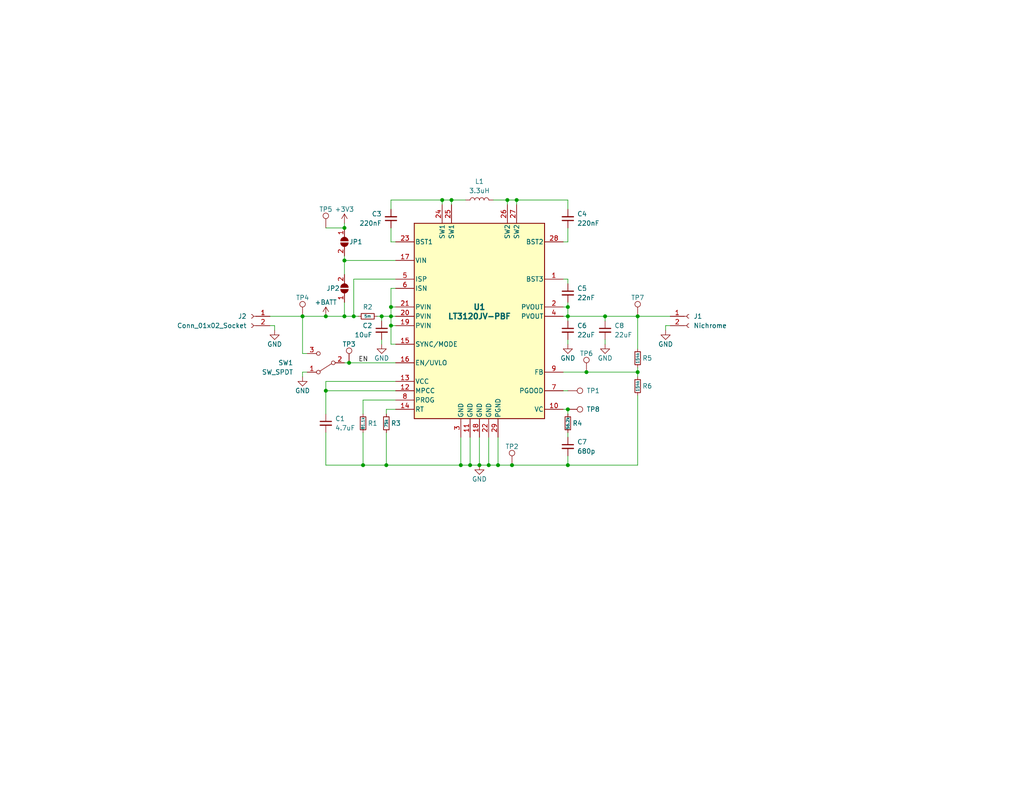
<source format=kicad_sch>
(kicad_sch (version 20230121) (generator eeschema)
  (paper "USLetter")
  (title_block (title "Cutdown Test") (date "2024-02-02") (rev "v0.0") (company "UMD BPP"))
  (lib_symbols
    (symbol "Connector:Conn_01x02_Socket" (pin_names (offset 1.016) hide)
      (property "Reference" "J" (at 0 2.54 0))
      (property "Value" "Conn_01x02_Socket" (at 0 -5.08 0))
      (symbol "Conn_01x02_Socket_1_1"
        (arc (start 0 -2.032) (mid -0.5058 -2.54) (end 0 -3.048) (stroke (width 0.1524)))
        (polyline (pts (xy -1.27 -2.54) (xy -0.508 -2.54)) (stroke (width 0.1524)))
        (polyline (pts (xy -1.27 0) (xy -0.508 0)) (stroke (width 0.1524)))
        (arc (start 0 0.508) (mid -0.5058 0) (end 0 -0.508) (stroke (width 0.1524)))
        (pin passive line (at -5.08 0 0) (length 3.81) (name "Pin_1") (number "1"))
        (pin passive line (at -5.08 -2.54 0) (length 3.81) (name "Pin_2") (number "2"))
      )
    )
    (symbol "Connector:TestPoint" (pin_numbers hide) (pin_names (offset 0.762) hide)
      (property "Reference" "TP" (at 0 6.858 0))
      (property "Value" "TestPoint" (at 0 5.08 0))
      (symbol "TestPoint_0_1"
        (circle (center 0 3.302) (radius 0.762))
      )
      (symbol "TestPoint_1_1"
        (pin passive line (at 0 0 90) (length 2.54) (name "1") (number "1"))
      )
    )
    (symbol "Device:C_Small" (pin_numbers hide) (pin_names (offset 0.254) hide)
      (property "Reference" "C" (at 0.254 1.778 0))
      (property "Value" "C_Small" (at 0.254 -2.032 0))
      (symbol "C_Small_0_1"
        (polyline (pts (xy -1.524 -0.508) (xy 1.524 -0.508)) (stroke (width 0.3302)))
        (polyline (pts (xy -1.524 0.508) (xy 1.524 0.508)) (stroke (width 0.3048)))
      )
      (symbol "C_Small_1_1"
        (pin passive line (at 0 2.54 270) (length 2.032) (name "~") (number "1"))
        (pin passive line (at 0 -2.54 90) (length 2.032) (name "~") (number "2"))
      )
    )
    (symbol "Device:L" (pin_numbers hide) (pin_names (offset 1.016) hide)
      (property "Reference" "L" (at -1.27 0 90))
      (property "Value" "L" (at 1.905 0 90))
      (symbol "L_0_1"
        (arc (start 0 -2.54) (mid 0.6323 -1.905) (end 0 -1.27))
        (arc (start 0 -1.27) (mid 0.6323 -0.635) (end 0 0))
        (arc (start 0 0) (mid 0.6323 0.635) (end 0 1.27))
        (arc (start 0 1.27) (mid 0.6323 1.905) (end 0 2.54))
      )
      (symbol "L_1_1"
        (pin passive line (at 0 3.81 270) (length 1.27) (name "1") (number "1"))
        (pin passive line (at 0 -3.81 90) (length 1.27) (name "2") (number "2"))
      )
    )
    (symbol "Device:R_Small" (pin_numbers hide) (pin_names (offset 0.254) hide)
      (property "Reference" "R" (at 0.762 0.508 0))
      (property "Value" "R_Small" (at 0.762 -1.016 0))
      (symbol "R_Small_0_1"
        (rectangle (start -0.762 1.778) (end 0.762 -1.778) (stroke (width 0.2032)))
      )
      (symbol "R_Small_1_1"
        (pin passive line (at 0 2.54 270) (length 0.762) (name "~") (number "1"))
        (pin passive line (at 0 -2.54 90) (length 0.762) (name "~") (number "2"))
      )
    )
    (symbol "GND_14" (power) (pin_names (offset 0))
      (property "Value" "GND_14" (at 0 -3.81 0))
      (symbol "GND_14_0_1"
        (polyline (pts (xy 0 0) (xy 0 -1.27) (xy 1.27 -1.27) (xy 0 -2.54) (xy -1.27 -1.27) (xy 0 -1.27)))
      )
      (symbol "GND_14_1_1"
        (pin power_in line (at 0 0 270) (length 0) hide (name "GND") (number "1"))
      )
    )
    (symbol "GND_15" (power) (pin_names (offset 0))
      (property "Value" "GND_15" (at 0 -3.81 0))
      (symbol "GND_15_0_1"
        (polyline (pts (xy 0 0) (xy 0 -1.27) (xy 1.27 -1.27) (xy 0 -2.54) (xy -1.27 -1.27) (xy 0 -1.27)))
      )
      (symbol "GND_15_1_1"
        (pin power_in line (at 0 0 270) (length 0) hide (name "GND") (number "1"))
      )
    )
    (symbol "GND_16" (power) (pin_names (offset 0))
      (property "Value" "GND_16" (at 0 -3.81 0))
      (symbol "GND_16_0_1"
        (polyline (pts (xy 0 0) (xy 0 -1.27) (xy 1.27 -1.27) (xy 0 -2.54) (xy -1.27 -1.27) (xy 0 -1.27)))
      )
      (symbol "GND_16_1_1"
        (pin power_in line (at 0 0 270) (length 0) hide (name "GND") (number "1"))
      )
    )
    (symbol "GND_18" (power) (pin_names (offset 0))
      (property "Value" "GND_18" (at 0 -3.81 0))
      (symbol "GND_18_0_1"
        (polyline (pts (xy 0 0) (xy 0 -1.27) (xy 1.27 -1.27) (xy 0 -2.54) (xy -1.27 -1.27) (xy 0 -1.27)))
      )
      (symbol "GND_18_1_1"
        (pin power_in line (at 0 0 270) (length 0) hide (name "GND") (number "1"))
      )
    )
    (symbol "Jumper:SolderJumper_2_Open" (pin_names (offset 0) hide)
      (property "Reference" "JP" (at 0 2.032 0))
      (property "Value" "SolderJumper_2_Open" (at 0 -2.54 0))
      (symbol "SolderJumper_2_Open_0_1"
        (arc (start -0.254 1.016) (mid -1.2656 0) (end -0.254 -1.016))
        (arc (start -0.254 1.016) (mid -1.2656 0) (end -0.254 -1.016) (fill (type outline)))
        (polyline (pts (xy -0.254 1.016) (xy -0.254 -1.016)))
        (polyline (pts (xy 0.254 1.016) (xy 0.254 -1.016)))
        (arc (start 0.254 -1.016) (mid 1.2656 0) (end 0.254 1.016))
        (arc (start 0.254 -1.016) (mid 1.2656 0) (end 0.254 1.016) (fill (type outline)))
      )
      (symbol "SolderJumper_2_Open_1_1"
        (pin passive line (at -3.81 0 0) (length 2.54) (name "A") (number "1"))
        (pin passive line (at 3.81 0 180) (length 2.54) (name "B") (number "2"))
      )
    )
    (symbol "Switch:SW_SPDT" (pin_names (offset 0) hide)
      (property "Reference" "SW" (at 0 4.318 0))
      (property "Value" "SW_SPDT" (at 0 -5.08 0))
      (symbol "SW_SPDT_0_0"
        (circle (center -2.032 0) (radius 0.508))
        (circle (center 2.032 -2.54) (radius 0.508))
      )
      (symbol "SW_SPDT_0_1"
        (polyline (pts (xy -1.524 0.254) (xy 1.651 2.286)))
        (circle (center 2.032 2.54) (radius 0.508))
      )
      (symbol "SW_SPDT_1_1"
        (pin passive line (at 5.08 2.54 180) (length 2.54) (name "A") (number "1"))
        (pin passive line (at -5.08 0 0) (length 2.54) (name "B") (number "2"))
        (pin passive line (at 5.08 -2.54 180) (length 2.54) (name "C") (number "3"))
      )
    )
    (symbol "Terminator_Lib:LT3120JV-PBF" (pin_names (offset 0.254))
      (property "Reference" "U1" (at -1.27 54.61 0))
      (property "Value" "LT3120JV-PBF" (at -1.27 52.07 0))
      (symbol "LT3120JV-PBF_1_1"
        (rectangle (start -17.78 27.94) (end 17.78 -25.4) (stroke (width 0.254)) (fill (type background)))
        (pin unspecified line (at 22.86 12.7 180) (length 5.08) (name "BST3") (number "1"))
        (pin unspecified line (at 22.86 -22.86 180) (length 5.08) (name "VC") (number "10"))
        (pin unspecified line (at -2.54 -30.48 90) (length 5.08) (name "GND") (number "11"))
        (pin unspecified line (at -22.86 -17.78 0) (length 5.08) (name "MPCC") (number "12"))
        (pin unspecified line (at -22.86 -15.24 0) (length 5.08) (name "VCC") (number "13"))
        (pin unspecified line (at -22.86 -22.86 0) (length 5.08) (name "RT") (number "14"))
        (pin unspecified line (at -22.86 -5.08 0) (length 5.08) (name "SYNC/MODE") (number "15"))
        (pin unspecified line (at -22.86 -10.16 0) (length 5.08) (name "EN/UVLO") (number "16"))
        (pin unspecified line (at -22.86 17.78 0) (length 5.08) (name "VIN") (number "17"))
        (pin unspecified line (at 0 -30.48 90) (length 5.08) (name "GND") (number "18"))
        (pin unspecified line (at -22.86 0 0) (length 5.08) (name "PVIN") (number "19"))
        (pin unspecified line (at 22.86 5.08 180) (length 5.08) (name "PVOUT") (number "2"))
        (pin unspecified line (at -22.86 2.54 0) (length 5.08) (name "PVIN") (number "20"))
        (pin unspecified line (at -22.86 5.08 0) (length 5.08) (name "PVIN") (number "21"))
        (pin unspecified line (at 2.54 -30.48 90) (length 5.08) (name "GND") (number "22"))
        (pin unspecified line (at -22.86 22.86 0) (length 5.08) (name "BST1") (number "23"))
        (pin unspecified line (at -10.16 33.02 270) (length 5.08) (name "SW1") (number "24"))
        (pin unspecified line (at -7.62 33.02 270) (length 5.08) (name "SW1") (number "25"))
        (pin unspecified line (at 7.62 33.02 270) (length 5.08) (name "SW2") (number "26"))
        (pin unspecified line (at 10.16 33.02 270) (length 5.08) (name "SW2") (number "27"))
        (pin unspecified line (at 22.86 22.86 180) (length 5.08) (name "BST2") (number "28"))
        (pin unspecified line (at 5.08 -30.48 90) (length 5.08) (name "PGND") (number "29"))
        (pin unspecified line (at -5.08 -30.48 90) (length 5.08) (name "GND") (number "3"))
        (pin unspecified line (at 22.86 2.54 180) (length 5.08) (name "PVOUT") (number "4"))
        (pin unspecified line (at -22.86 12.7 0) (length 5.08) (name "ISP") (number "5"))
        (pin unspecified line (at -22.86 10.16 0) (length 5.08) (name "ISN") (number "6"))
        (pin unspecified line (at 22.86 -17.78 180) (length 5.08) (name "PGOOD") (number "7"))
        (pin unspecified line (at -22.86 -20.32 0) (length 5.08) (name "PROG") (number "8"))
        (pin unspecified line (at 22.86 -12.7 180) (length 5.08) (name "FB") (number "9"))
      )
    )
    (symbol "power:+3V3" (power) (pin_names (offset 0))
      (property "Value" "+3V3" (at 0 3.556 0))
      (symbol "+3V3_0_1"
        (polyline (pts (xy -0.762 1.27) (xy 0 2.54)))
        (polyline (pts (xy 0 0) (xy 0 2.54)))
        (polyline (pts (xy 0 2.54) (xy 0.762 1.27)))
      )
      (symbol "+3V3_1_1"
        (pin power_in line (at 0 0 90) (length 0) hide (name "+3V3") (number "1"))
      )
    )
    (symbol "power:+BATT" (power) (pin_names (offset 0))
      (property "Value" "+BATT" (at 0 3.556 0))
      (symbol "+BATT_0_1"
        (polyline (pts (xy -0.762 1.27) (xy 0 2.54)))
        (polyline (pts (xy 0 0) (xy 0 2.54)))
        (polyline (pts (xy 0 2.54) (xy 0.762 1.27)))
      )
      (symbol "+BATT_1_1"
        (pin power_in line (at 0 0 90) (length 0) hide (name "+BATT") (number "1"))
      )
    )
    (symbol "power:GND" (power) (pin_names (offset 0))
      (property "Value" "GND" (at 0 -3.81 0))
      (symbol "GND_0_1"
        (polyline (pts (xy 0 0) (xy 0 -1.27) (xy 1.27 -1.27) (xy 0 -2.54) (xy -1.27 -1.27) (xy 0 -1.27)))
      )
      (symbol "GND_1_1"
        (pin power_in line (at 0 0 270) (length 0) hide (name "GND") (number "1"))
      )
    )
  )
  (junction (at 140.97 54.61))
  (junction (at 120.65 54.61))
  (junction (at 82.55 86.36))
  (junction (at 154.94 86.36))
  (junction (at 173.99 86.36))
  (junction (at 104.14 86.36))
  (junction (at 173.99 101.6))
  (junction (at 130.81 127))
  (junction (at 154.94 111.76))
  (junction (at 106.68 88.9))
  (junction (at 154.94 127))
  (junction (at 93.98 86.36))
  (junction (at 123.19 54.61))
  (junction (at 138.43 54.61))
  (junction (at 160.02 101.6))
  (junction (at 96.52 86.36))
  (junction (at 165.1 86.36))
  (junction (at 105.41 127))
  (junction (at 154.94 83.82))
  (junction (at 133.35 127))
  (junction (at 128.27 127))
  (junction (at 139.7 127))
  (junction (at 135.89 127))
  (junction (at 106.68 83.82))
  (junction (at 88.9 106.68))
  (junction (at 93.98 71.12))
  (junction (at 95.25 99.06))
  (junction (at 99.06 127))
  (junction (at 88.9 86.36))
  (junction (at 93.98 62.23))
  (junction (at 106.68 86.36))
  (junction (at 125.73 127))
  (wire (pts (xy 181.61 90.17) (xy 181.61 88.9)))
  (wire (pts (xy 99.06 118.11) (xy 99.06 127)))
  (wire (pts (xy 133.35 119.38) (xy 133.35 127)))
  (wire (pts (xy 74.93 88.9) (xy 73.66 88.9)))
  (wire (pts (xy 107.95 66.04) (xy 106.68 66.04)))
  (wire (pts (xy 93.98 71.12) (xy 107.95 71.12)))
  (wire (pts (xy 154.94 86.36) (xy 154.94 87.63)))
  (wire (pts (xy 173.99 107.95) (xy 173.99 127)))
  (wire (pts (xy 153.67 66.04) (xy 154.94 66.04)))
  (wire (pts (xy 104.14 86.36) (xy 104.14 87.63)))
  (wire (pts (xy 140.97 54.61) (xy 138.43 54.61)))
  (wire (pts (xy 104.14 86.36) (xy 106.68 86.36)))
  (wire (pts (xy 97.79 86.36) (xy 96.52 86.36)))
  (wire (pts (xy 153.67 86.36) (xy 154.94 86.36)))
  (wire (pts (xy 140.97 55.88) (xy 140.97 54.61)))
  (wire (pts (xy 106.68 93.98) (xy 106.68 88.9)))
  (wire (pts (xy 73.66 86.36) (xy 82.55 86.36)))
  (wire (pts (xy 153.67 83.82) (xy 154.94 83.82)))
  (wire (pts (xy 93.98 60.96) (xy 93.98 62.23)))
  (wire (pts (xy 165.1 92.71) (xy 165.1 93.98)))
  (wire (pts (xy 154.94 118.11) (xy 154.94 119.38)))
  (wire (pts (xy 88.9 127) (xy 88.9 118.11)))
  (wire (pts (xy 133.35 127) (xy 135.89 127)))
  (wire (pts (xy 107.95 104.14) (xy 88.9 104.14)))
  (wire (pts (xy 165.1 86.36) (xy 165.1 87.63)))
  (wire (pts (xy 154.94 86.36) (xy 154.94 83.82)))
  (wire (pts (xy 154.94 113.03) (xy 154.94 111.76)))
  (wire (pts (xy 106.68 83.82) (xy 106.68 86.36)))
  (wire (pts (xy 106.68 88.9) (xy 106.68 86.36)))
  (wire (pts (xy 154.94 54.61) (xy 140.97 54.61)))
  (wire (pts (xy 154.94 124.46) (xy 154.94 127)))
  (wire (pts (xy 83.82 96.52) (xy 82.55 96.52)))
  (wire (pts (xy 93.98 69.85) (xy 93.98 71.12)))
  (wire (pts (xy 106.68 88.9) (xy 107.95 88.9)))
  (wire (pts (xy 99.06 109.22) (xy 99.06 113.03)))
  (wire (pts (xy 102.87 86.36) (xy 104.14 86.36)))
  (wire (pts (xy 173.99 86.36) (xy 182.88 86.36)))
  (wire (pts (xy 135.89 119.38) (xy 135.89 127)))
  (wire (pts (xy 88.9 86.36) (xy 93.98 86.36)))
  (wire (pts (xy 106.68 78.74) (xy 106.68 83.82)))
  (wire (pts (xy 181.61 88.9) (xy 182.88 88.9)))
  (wire (pts (xy 106.68 54.61) (xy 120.65 54.61)))
  (wire (pts (xy 106.68 86.36) (xy 107.95 86.36)))
  (wire (pts (xy 154.94 86.36) (xy 165.1 86.36)))
  (wire (pts (xy 105.41 118.11) (xy 105.41 127)))
  (wire (pts (xy 154.94 127) (xy 173.99 127)))
  (wire (pts (xy 82.55 101.6) (xy 82.55 102.87)))
  (wire (pts (xy 88.9 62.23) (xy 93.98 62.23)))
  (wire (pts (xy 107.95 111.76) (xy 105.41 111.76)))
  (wire (pts (xy 107.95 109.22) (xy 99.06 109.22)))
  (wire (pts (xy 173.99 101.6) (xy 160.02 101.6)))
  (wire (pts (xy 93.98 86.36) (xy 96.52 86.36)))
  (wire (pts (xy 82.55 86.36) (xy 88.9 86.36)))
  (wire (pts (xy 153.67 76.2) (xy 154.94 76.2)))
  (wire (pts (xy 105.41 127) (xy 99.06 127)))
  (wire (pts (xy 93.98 86.36) (xy 93.98 82.55)))
  (wire (pts (xy 135.89 127) (xy 139.7 127)))
  (wire (pts (xy 82.55 86.36) (xy 82.55 96.52)))
  (wire (pts (xy 125.73 127) (xy 105.41 127)))
  (wire (pts (xy 128.27 119.38) (xy 128.27 127)))
  (wire (pts (xy 154.94 82.55) (xy 154.94 83.82)))
  (wire (pts (xy 106.68 57.15) (xy 106.68 54.61)))
  (wire (pts (xy 96.52 76.2) (xy 107.95 76.2)))
  (wire (pts (xy 153.67 106.68) (xy 154.94 106.68)))
  (wire (pts (xy 106.68 78.74) (xy 107.95 78.74)))
  (wire (pts (xy 154.94 92.71) (xy 154.94 93.98)))
  (wire (pts (xy 123.19 54.61) (xy 127 54.61)))
  (wire (pts (xy 154.94 57.15) (xy 154.94 54.61)))
  (wire (pts (xy 104.14 92.71) (xy 104.14 93.98)))
  (wire (pts (xy 107.95 83.82) (xy 106.68 83.82)))
  (wire (pts (xy 173.99 102.87) (xy 173.99 101.6)))
  (wire (pts (xy 130.81 119.38) (xy 130.81 127)))
  (wire (pts (xy 82.55 101.6) (xy 83.82 101.6)))
  (wire (pts (xy 123.19 55.88) (xy 123.19 54.61)))
  (wire (pts (xy 93.98 99.06) (xy 95.25 99.06)))
  (wire (pts (xy 160.02 101.6) (xy 153.67 101.6)))
  (wire (pts (xy 120.65 54.61) (xy 123.19 54.61)))
  (wire (pts (xy 93.98 74.93) (xy 93.98 71.12)))
  (wire (pts (xy 154.94 66.04) (xy 154.94 62.23)))
  (wire (pts (xy 88.9 106.68) (xy 88.9 113.03)))
  (wire (pts (xy 120.65 55.88) (xy 120.65 54.61)))
  (wire (pts (xy 173.99 95.25) (xy 173.99 86.36)))
  (wire (pts (xy 128.27 127) (xy 125.73 127)))
  (wire (pts (xy 105.41 111.76) (xy 105.41 113.03)))
  (wire (pts (xy 106.68 66.04) (xy 106.68 62.23)))
  (wire (pts (xy 165.1 86.36) (xy 173.99 86.36)))
  (wire (pts (xy 130.81 127) (xy 128.27 127)))
  (wire (pts (xy 74.93 90.17) (xy 74.93 88.9)))
  (wire (pts (xy 88.9 106.68) (xy 107.95 106.68)))
  (wire (pts (xy 138.43 55.88) (xy 138.43 54.61)))
  (wire (pts (xy 107.95 93.98) (xy 106.68 93.98)))
  (wire (pts (xy 139.7 127) (xy 154.94 127)))
  (wire (pts (xy 154.94 77.47) (xy 154.94 76.2)))
  (wire (pts (xy 173.99 100.33) (xy 173.99 101.6)))
  (wire (pts (xy 130.81 127) (xy 133.35 127)))
  (wire (pts (xy 96.52 76.2) (xy 96.52 86.36)))
  (wire (pts (xy 125.73 119.38) (xy 125.73 127)))
  (wire (pts (xy 154.94 111.76) (xy 153.67 111.76)))
  (wire (pts (xy 88.9 104.14) (xy 88.9 106.68)))
  (wire (pts (xy 88.9 127) (xy 99.06 127)))
  (wire (pts (xy 95.25 99.06) (xy 107.95 99.06)))
  (wire (pts (xy 138.43 54.61) (xy 134.62 54.61)))
  (label "EN" (at 97.79 99.06 0))
  (symbol (lib_id "Connector:TestPoint") (at 82.55 86.36 0) (unit 1)
    (property "Reference" "TP4" (at 82.55 81.28 0))
    (property "Value" "TestPoint" (effects hide))
    (property "Footprint" "TestPoint:TestPoint_Keystone_5000-5004_Miniature" (effects hide))
  )
  (symbol (lib_id "Connector:TestPoint") (at 154.94 106.68 270) (unit 1)
    (property "Reference" "TP1" (at 160.02 106.68 90) (effects (justify left)))
    (property "Value" "TestPoint" (effects hide))
    (property "Footprint" "TestPoint:TestPoint_Keystone_5000-5004_Miniature" (effects hide))
  )
  (symbol (lib_id "Device:L") (at 130.81 54.61 90) (unit 1)
    (property "Reference" "L1" (at 130.81 49.53 90))
    (property "Value" "3.3uH" (at 130.81 52.07 90))
    (property "Footprint" "BPP_Lib:L_Bourns_SRP1265A" (effects hide))
  )
  (symbol (lib_id "Device:R_Small") (at 154.94 115.57 0) (unit 1)
    (property "Reference" "R4" (at 156.21 115.57 0) (effects (justify left)))
    (property "Value" "56.2k" (at 154.94 115.57 90) (effects (font (size 0.8 0.8))))
    (property "Footprint" "Resistor_SMD:R_0603_1608Metric_Pad0.98x0.95mm_HandSolder" (effects hide))
  )
  (symbol (lib_name "GND_16") (lib_id "power:GND") (at 181.61 90.17 0) (unit 1)
    (property "Reference" "#PWR07" (effects hide))
    (property "Value" "GND" (at 181.61 93.98 0))
  )
  (symbol (lib_id "Device:R_Small") (at 173.99 97.79 0) (unit 1)
    (property "Reference" "R5" (at 175.26 97.79 0) (effects (justify left)))
    (property "Value" "154k" (at 173.99 97.79 90) (effects (font (size 0.8 0.8))))
    (property "Footprint" "Resistor_SMD:R_0603_1608Metric_Pad0.98x0.95mm_HandSolder" (effects hide))
  )
  (symbol (lib_id "Connector:TestPoint") (at 160.02 101.6 0) (unit 1)
    (property "Reference" "TP6" (at 160.02 96.52 0))
    (property "Value" "TestPoint" (effects hide))
    (property "Footprint" "TestPoint:TestPoint_Keystone_5000-5004_Miniature" (effects hide))
  )
  (symbol (lib_id "Connector:TestPoint") (at 139.7 127 0) (unit 1)
    (property "Reference" "TP2" (at 139.7 121.92 0))
    (property "Value" "TestPoint" (effects hide))
    (property "Footprint" "TestPoint:TestPoint_Keystone_5000-5004_Miniature" (effects hide))
  )
  (symbol (lib_id "Device:R_Small") (at 173.99 105.41 0) (unit 1)
    (property "Reference" "R6" (at 175.26 105.41 0) (effects (justify left)))
    (property "Value" "154k" (at 173.99 105.41 90) (effects (font (size 0.8 0.8))))
    (property "Footprint" "Resistor_SMD:R_0603_1608Metric_Pad0.98x0.95mm_HandSolder" (effects hide))
  )
  (symbol (lib_id "Connector:TestPoint") (at 88.9 62.23 0) (unit 1)
    (property "Reference" "TP5" (at 88.9 57.15 0))
    (property "Value" "TestPoint" (effects hide))
    (property "Footprint" "TestPoint:TestPoint_Keystone_5000-5004_Miniature" (effects hide))
  )
  (symbol (lib_id "Terminator_Lib:LT3120JV-PBF") (at 130.81 88.9 0) (unit 1)
    (property "Reference" "U1" (at 130.81 83.82 0) (effects (font (size 1.524 1.524) bold)))
    (property "Value" "LT3120JV-PBF" (at 130.81 86.36 0) (effects (font (size 1.524 1.524) bold)))
    (property "Footprint" "BPP_Lib:LQFN28_Rev0_ADI-M" (effects hide))
    (property "Datasheet" "LT3120JV-PBF" (effects hide))
  )
  (symbol (lib_id "Device:C_Small") (at 154.94 90.17 0) (unit 1)
    (property "Reference" "C6" (at 157.48 88.9063 0) (effects (justify left)))
    (property "Value" "22uF" (at 157.48 91.4463 0) (effects (justify left)))
    (property "Footprint" "Capacitor_SMD:C_0805_2012Metric_Pad1.18x1.45mm_HandSolder" (effects hide))
  )
  (symbol (lib_id "Device:C_Small") (at 88.9 115.57 0) (unit 1)
    (property "Reference" "C1" (at 91.44 114.3063 0) (effects (justify left)))
    (property "Value" "4.7uF" (at 91.44 116.8463 0) (effects (justify left)))
    (property "Footprint" "Capacitor_SMD:C_0603_1608Metric_Pad1.08x0.95mm_HandSolder" (effects hide))
  )
  (symbol (lib_id "power:+BATT") (at 88.9 86.36 0) (unit 1)
    (property "Reference" "#PWR01" (effects hide))
    (property "Value" "+BATT" (at 88.9 82.55 0))
  )
  (symbol (lib_id "Jumper:SolderJumper_2_Open") (at 93.98 66.04 90) (mirror x) (unit 1)
    (property "Reference" "JP1" (at 95.25 66.04 90) (effects (justify right)))
    (property "Value" "SolderJumper_2_Open" (effects hide))
    (property "Footprint" "Jumper:SolderJumper-2_P1.3mm_Open_TrianglePad1.0x1.5mm" (effects hide))
  )
  (symbol (lib_id "Device:R_Small") (at 105.41 115.57 0) (unit 1)
    (property "Reference" "R3" (at 106.68 115.57 0) (effects (justify left)))
    (property "Value" "75k" (at 105.41 115.57 90) (effects (font (size 0.8 0.8))))
    (property "Footprint" "Resistor_SMD:R_0603_1608Metric_Pad0.98x0.95mm_HandSolder" (effects hide))
  )
  (symbol (lib_id "Connector:TestPoint") (at 173.99 86.36 0) (unit 1)
    (property "Reference" "TP7" (at 173.99 81.28 0))
    (property "Value" "TestPoint" (effects hide))
    (property "Footprint" "TestPoint:TestPoint_Keystone_5000-5004_Miniature" (effects hide))
  )
  (symbol (lib_id "Device:R_Small") (at 99.06 115.57 0) (unit 1)
    (property "Reference" "R1" (at 100.33 115.57 0) (effects (justify left)))
    (property "Value" "81.1k" (at 99.06 115.57 90) (effects (font (size 0.8 0.8))))
    (property "Footprint" "Resistor_SMD:R_0603_1608Metric_Pad0.98x0.95mm_HandSolder" (effects hide))
  )
  (symbol (lib_id "Device:R_Small") (at 100.33 86.36 90) (unit 1)
    (property "Reference" "R2" (at 100.33 83.82 90))
    (property "Value" "5m" (at 100.33 86.36 90) (effects (font (size 0.8 0.8))))
  )
  (symbol (lib_id "Connector:Conn_01x02_Socket") (at 68.58 86.36 0) (mirror y) (unit 1)
    (property "Reference" "J2" (at 67.31 86.36 0) (effects (justify left)))
    (property "Value" "Conn_01x02_Socket" (at 67.31 88.9 0) (effects (justify left)))
    (property "Footprint" "Connector_PinHeader_2.54mm:PinHeader_1x02_P2.54mm_Vertical" (effects hide))
  )
  (symbol (lib_id "power:GND") (at 74.93 90.17 0) (unit 1)
    (property "Reference" "#PWR08" (effects hide))
    (property "Value" "GND" (at 74.93 93.98 0))
  )
  (symbol (lib_name "GND_15") (lib_id "power:GND") (at 165.1 93.98 0) (unit 1)
    (property "Reference" "#PWR06" (effects hide))
    (property "Value" "GND" (at 165.1 97.79 0))
  )
  (symbol (lib_id "Connector:Conn_01x02_Socket") (at 187.96 86.36 0) (unit 1)
    (property "Reference" "J1" (at 189.23 86.36 0) (effects (justify left)))
    (property "Value" "Nichrome" (at 189.23 88.9 0) (effects (justify left)))
    (property "Footprint" "Connector_PinHeader_2.54mm:PinHeader_1x02_P2.54mm_Vertical" (effects hide))
  )
  (symbol (lib_name "GND_14") (lib_id "power:GND") (at 130.81 127 0) (unit 1)
    (property "Reference" "#PWR04" (effects hide))
    (property "Value" "GND" (at 130.81 130.81 0))
  )
  (symbol (lib_id "Jumper:SolderJumper_2_Open") (at 93.98 78.74 270) (mirror x) (unit 1)
    (property "Reference" "JP2" (at 92.71 78.74 90) (effects (justify right)))
    (property "Value" "SolderJumper_2_Open" (effects hide))
    (property "Footprint" "Jumper:SolderJumper-2_P1.3mm_Open_TrianglePad1.0x1.5mm" (effects hide))
  )
  (symbol (lib_id "Device:C_Small") (at 165.1 90.17 0) (unit 1)
    (property "Reference" "C8" (at 167.64 88.9063 0) (effects (justify left)))
    (property "Value" "22uF" (at 167.64 91.4463 0) (effects (justify left)))
    (property "Footprint" "Capacitor_SMD:C_0805_2012Metric_Pad1.18x1.45mm_HandSolder" (effects hide))
  )
  (symbol (lib_name "GND_18") (lib_id "power:GND") (at 104.14 93.98 0) (unit 1)
    (property "Reference" "#PWR03" (effects hide))
    (property "Value" "GND" (at 104.14 97.79 0))
  )
  (symbol (lib_id "Connector:TestPoint") (at 154.94 111.76 270) (unit 1)
    (property "Reference" "TP8" (at 160.02 111.76 90) (effects (justify left)))
    (property "Value" "TestPoint" (effects hide))
    (property "Footprint" "TestPoint:TestPoint_Keystone_5000-5004_Miniature" (effects hide))
  )
  (symbol (lib_id "power:GND") (at 82.55 102.87 0) (unit 1)
    (property "Reference" "#PWR09" (effects hide))
    (property "Value" "GND" (at 82.55 106.68 0))
  )
  (symbol (lib_id "Device:C_Small") (at 106.68 59.69 0) (mirror x) (unit 1)
    (property "Reference" "C3" (at 104.14 58.4136 0) (effects (justify right)))
    (property "Value" "220nF" (at 104.14 60.9536 0) (effects (justify right)))
    (property "Footprint" "Capacitor_SMD:C_0603_1608Metric_Pad1.08x0.95mm_HandSolder" (effects hide))
  )
  (symbol (lib_id "Device:C_Small") (at 154.94 121.92 0) (unit 1)
    (property "Reference" "C7" (at 157.48 120.6563 0) (effects (justify left)))
    (property "Value" "680p" (at 157.48 123.1963 0) (effects (justify left)))
    (property "Footprint" "Capacitor_SMD:C_0603_1608Metric_Pad1.08x0.95mm_HandSolder" (effects hide))
  )
  (symbol (lib_id "Device:C_Small") (at 154.94 80.01 0) (unit 1)
    (property "Reference" "C5" (at 157.48 78.7463 0) (effects (justify left)))
    (property "Value" "22nF" (at 157.48 81.2863 0) (effects (justify left)))
    (property "Footprint" "Capacitor_SMD:C_0603_1608Metric_Pad1.08x0.95mm_HandSolder" (effects hide))
  )
  (symbol (lib_id "Device:C_Small") (at 154.94 59.69 180) (unit 1)
    (property "Reference" "C4" (at 157.48 58.4136 0) (effects (justify right)))
    (property "Value" "220nF" (at 157.48 60.9536 0) (effects (justify right)))
    (property "Footprint" "Capacitor_SMD:C_0603_1608Metric_Pad1.08x0.95mm_HandSolder" (effects hide))
  )
  (symbol (lib_id "Switch:SW_SPDT") (at 88.9 99.06 180) (unit 1)
    (property "Reference" "SW1" (at 80.01 99.06 0) (effects (justify left)))
    (property "Value" "SW_SPDT" (at 80.01 101.6 0) (effects (justify left)))
    (property "Footprint" "BPP_Lib:CL-SB-12B-01_NDC" (effects hide))
  )
  (symbol (lib_name "GND_15") (lib_id "power:GND") (at 154.94 93.98 0) (unit 1)
    (property "Reference" "#PWR05" (effects hide))
    (property "Value" "GND" (at 154.94 97.79 0))
  )
  (symbol (lib_id "Connector:TestPoint") (at 95.25 99.06 0) (unit 1)
    (property "Reference" "TP3" (at 95.25 93.98 0))
    (property "Value" "TestPoint" (effects hide))
    (property "Footprint" "TestPoint:TestPoint_Keystone_5000-5004_Miniature" (effects hide))
  )
  (symbol (lib_id "Device:C_Small") (at 104.14 90.17 0) (mirror y) (unit 1)
    (property "Reference" "C2" (at 101.6 88.9063 0) (effects (justify left)))
    (property "Value" "10uF" (at 101.6 91.4463 0) (effects (justify left)))
    (property "Footprint" "Capacitor_SMD:C_0603_1608Metric_Pad1.08x0.95mm_HandSolder" (effects hide))
  )
  (symbol (lib_id "power:+3V3") (at 93.98 60.96 0) (unit 1)
    (property "Reference" "#PWR02" (effects hide))
    (property "Value" "+3V3" (at 93.98 57.15 0))
  )
)
</source>
